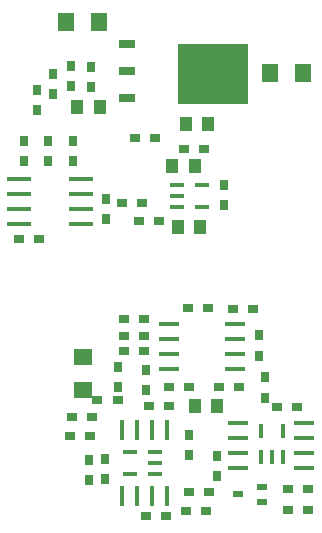
<source format=gbr>
G04 DipTrace 3.3.1.3*
G04 TopPaste.gbr*
%MOIN*%
G04 #@! TF.FileFunction,Paste,Top*
G04 #@! TF.Part,Single*
%ADD43R,0.062992X0.055118*%
%ADD45R,0.011811X0.049213*%
%ADD47R,0.07874X0.015748*%
%ADD49R,0.23622X0.204724*%
%ADD51R,0.055118X0.031496*%
%ADD59R,0.017717X0.066929*%
%ADD61R,0.043307X0.051181*%
%ADD63R,0.033465X0.023622*%
%ADD65R,0.055118X0.062992*%
%ADD67R,0.049213X0.011811*%
%ADD69R,0.035433X0.031496*%
%ADD71R,0.066929X0.017717*%
%ADD73R,0.031496X0.035433*%
%FSLAX26Y26*%
G04*
G70*
G90*
G75*
G01*
G04 TopPaste*
%LPD*%
D73*
X858661Y2430735D3*
Y2497664D3*
D71*
X1300564Y1752415D3*
D73*
X809160Y2870630D3*
Y2937559D3*
D69*
X954829Y2701339D3*
X1021759D3*
D67*
X1095105Y2546129D3*
D69*
X970197Y2426194D3*
X1037126D3*
D73*
X1253661Y2545656D3*
Y2478727D3*
D69*
X1118202Y2666194D3*
X1185131D3*
X569199Y2365197D3*
X636129D3*
X1058438Y1442887D3*
D73*
X1230801Y1575249D3*
D65*
X836286Y3088701D3*
D69*
X1069265Y1806890D3*
X1002336D3*
D73*
X1368806Y2043360D3*
Y1976430D3*
D63*
X1381155Y1488294D3*
D73*
X992808Y1862428D3*
Y1929357D3*
X898806Y1872428D3*
Y1939357D3*
X1388806Y1836430D3*
Y1903360D3*
D69*
X1284344Y2130892D3*
X1351273D3*
X1201273Y2134633D3*
X1134344D3*
D61*
X1231207Y1808885D3*
X1156404D3*
D67*
X1024357Y1580958D3*
D71*
X1289042Y1931365D3*
D61*
X838688Y2803701D3*
X763885D3*
X1126260Y2748202D3*
X1201063D3*
D59*
X913281Y1508648D3*
D69*
X1495446Y1804895D3*
D73*
X666286Y2692677D3*
Y2625748D3*
X748294Y2692677D3*
Y2625748D3*
X586286Y2692677D3*
Y2625748D3*
D69*
X913202Y2483202D3*
X980131D3*
D61*
X1156063Y2609199D3*
X1081260D3*
X1098255Y2404199D3*
X1173058D3*
D73*
X742231Y2941496D3*
Y2874567D3*
X628058Y2862756D3*
Y2795827D3*
D69*
X813268Y1770892D3*
X746339D3*
D73*
X802808Y1629357D3*
Y1562428D3*
D69*
X1534265Y1462887D3*
X1467336D3*
X807270Y1708885D3*
X740341D3*
D73*
X1136798Y1643425D3*
Y1710354D3*
D69*
X1203268Y1520892D3*
X1136339D3*
X1532270Y1531890D3*
X1465341D3*
X1236339Y1872887D3*
X1303268D3*
X1068333Y1870892D3*
X1135262D3*
X831168Y1826890D3*
X920341Y1990892D3*
X987270D3*
X918333Y2042887D3*
X985262D3*
X920341Y2098885D3*
X987270D3*
X1192270Y1456890D3*
X1125341D3*
D73*
X683176Y2848976D3*
D65*
X1515853Y2917874D3*
D51*
X929278Y3014370D3*
Y2924409D3*
Y2834449D3*
D49*
X1214711Y2915945D3*
D47*
X776024Y2416194D3*
Y2466194D3*
Y2516194D3*
Y2566194D3*
X571299D3*
Y2516194D3*
Y2466194D3*
Y2416194D3*
D73*
X683176Y2915906D3*
D67*
X1095105Y2508727D3*
Y2471339D3*
X1179751D3*
Y2546129D3*
D65*
X1405617Y2917874D3*
X726050Y3088701D3*
D71*
X1300564Y1702415D3*
Y1652415D3*
Y1602415D3*
X1521037D3*
Y1652415D3*
Y1702415D3*
Y1752415D3*
D45*
X1374869Y1639331D3*
X1412270D3*
X1449659D3*
Y1723976D3*
X1374869D3*
D69*
X1428517Y1804895D3*
D73*
X1230801Y1642178D3*
D63*
X1381155Y1539488D3*
X1300446Y1513898D3*
D43*
X782808Y1862769D3*
Y1973005D3*
D69*
X898097Y1826890D3*
X991509Y1442887D3*
D67*
X1024357Y1618360D3*
Y1655748D3*
X939711D3*
Y1580958D3*
D59*
X963281Y1508648D3*
X1013281D3*
X1063281D3*
Y1729121D3*
X1013281D3*
X963281D3*
X913281D3*
D73*
X854803Y1563255D3*
Y1630184D3*
D71*
X1289042Y1981365D3*
Y2031365D3*
Y2081365D3*
X1068570D3*
Y2031365D3*
Y1981365D3*
Y1931365D3*
M02*

</source>
